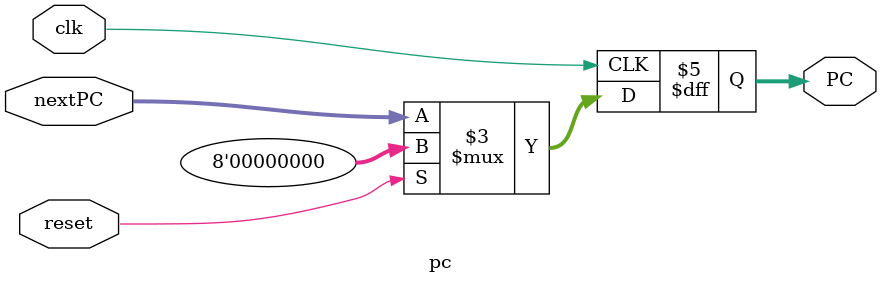
<source format=v>
/*
* Aidan Good
* pc.v
* PC register and reset logic
*/

module pc(
    input [7:0] nextPC,
    input clk,
    input reset,
    output reg [7:0] PC);
    
    always @(negedge clk) begin
        if (reset) 
            PC <= 8'd0;
        else
            PC <= nextPC;
    end
endmodule
        

</source>
